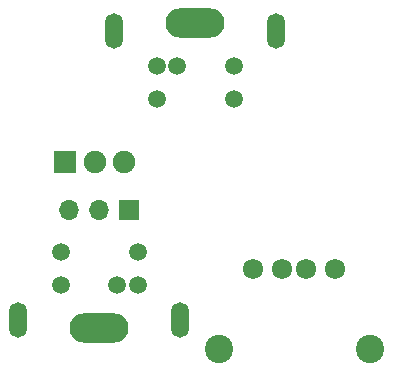
<source format=gbr>
%TF.GenerationSoftware,KiCad,Pcbnew,(6.0.6-0)*%
%TF.CreationDate,2022-10-23T05:24:34+09:00*%
%TF.ProjectId,KU88,4b553838-2e6b-4696-9361-645f70636258,rev?*%
%TF.SameCoordinates,Original*%
%TF.FileFunction,Soldermask,Bot*%
%TF.FilePolarity,Negative*%
%FSLAX46Y46*%
G04 Gerber Fmt 4.6, Leading zero omitted, Abs format (unit mm)*
G04 Created by KiCad (PCBNEW (6.0.6-0)) date 2022-10-23 05:24:34*
%MOMM*%
%LPD*%
G01*
G04 APERTURE LIST*
%ADD10R,1.900000X1.900000*%
%ADD11C,1.900000*%
%ADD12C,1.720000*%
%ADD13C,2.400000*%
%ADD14O,1.700000X1.700000*%
%ADD15R,1.700000X1.700000*%
%ADD16O,1.500000X3.000000*%
%ADD17O,5.000000X2.500000*%
%ADD18C,1.500000*%
G04 APERTURE END LIST*
D10*
%TO.C,SW1*%
X103792000Y-131572000D03*
D11*
X106292000Y-131572000D03*
X108792000Y-131572000D03*
%TD*%
D12*
%TO.C,J4*%
X119690000Y-140675000D03*
X122190000Y-140675000D03*
X124190000Y-140675000D03*
X126690000Y-140675000D03*
D13*
X116790000Y-147425000D03*
X129590000Y-147425000D03*
%TD*%
D14*
%TO.C,J3*%
X104125000Y-135636000D03*
X106665000Y-135636000D03*
D15*
X109205000Y-135636000D03*
%TD*%
D16*
%TO.C,J2*%
X113530000Y-144995000D03*
D17*
X106680000Y-145645000D03*
D16*
X99830000Y-144995000D03*
D18*
X108180000Y-141995000D03*
X109930000Y-141995000D03*
X103430000Y-141995000D03*
X109930000Y-139195000D03*
X103430000Y-139195000D03*
%TD*%
D16*
%TO.C,J1*%
X107958000Y-120480000D03*
D17*
X114808000Y-119830000D03*
D16*
X121658000Y-120480000D03*
D18*
X113308000Y-123480000D03*
X111558000Y-123480000D03*
X118058000Y-123480000D03*
X111558000Y-126280000D03*
X118058000Y-126280000D03*
%TD*%
M02*

</source>
